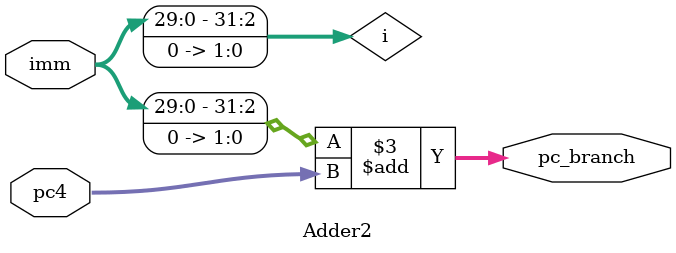
<source format=v>
`timescale 1ns / 1ps


module Adder2(
    input[31:0]imm,
    input[31:0]pc4,
    output reg[31:0]pc_branch
    );
    reg[31:0] i;
    always@(pc4 or imm)begin
        i = imm<<2;
        pc_branch = i + pc4;
    end
endmodule

</source>
